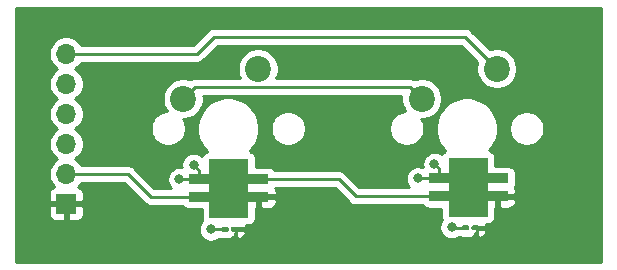
<source format=gbl>
%TF.GenerationSoftware,KiCad,Pcbnew,5.1.10*%
%TF.CreationDate,2021-06-22T00:25:09+02:00*%
%TF.ProjectId,Led_poc,4c65645f-706f-4632-9e6b-696361645f70,rev?*%
%TF.SameCoordinates,Original*%
%TF.FileFunction,Copper,L2,Bot*%
%TF.FilePolarity,Positive*%
%FSLAX46Y46*%
G04 Gerber Fmt 4.6, Leading zero omitted, Abs format (unit mm)*
G04 Created by KiCad (PCBNEW 5.1.10) date 2021-06-22 00:25:09*
%MOMM*%
%LPD*%
G01*
G04 APERTURE LIST*
%TA.AperFunction,ComponentPad*%
%ADD10C,2.200000*%
%TD*%
%TA.AperFunction,ComponentPad*%
%ADD11O,1.700000X1.700000*%
%TD*%
%TA.AperFunction,ComponentPad*%
%ADD12R,1.700000X1.700000*%
%TD*%
%TA.AperFunction,WasherPad*%
%ADD13C,0.100000*%
%TD*%
%TA.AperFunction,SMDPad,CuDef*%
%ADD14R,1.800000X0.820000*%
%TD*%
%TA.AperFunction,ViaPad*%
%ADD15C,0.800000*%
%TD*%
%TA.AperFunction,Conductor*%
%ADD16C,0.250000*%
%TD*%
%TA.AperFunction,Conductor*%
%ADD17C,0.254000*%
%TD*%
%TA.AperFunction,Conductor*%
%ADD18C,0.100000*%
%TD*%
G04 APERTURE END LIST*
D10*
%TO.P,SW2,2*%
%TO.N,Net-(J1-Pad4)*%
X144211000Y-82021500D03*
%TO.P,SW2,1*%
%TO.N,Net-(J1-Pad6)*%
X150561000Y-79481500D03*
%TD*%
%TO.P,SW1,2*%
%TO.N,Net-(J1-Pad4)*%
X124011000Y-82021500D03*
%TO.P,SW1,1*%
%TO.N,Net-(J1-Pad5)*%
X130361000Y-79481500D03*
%TD*%
D11*
%TO.P,J1,6*%
%TO.N,Net-(J1-Pad6)*%
X114109500Y-78232000D03*
%TO.P,J1,5*%
%TO.N,Net-(J1-Pad5)*%
X114109500Y-80772000D03*
%TO.P,J1,4*%
%TO.N,Net-(J1-Pad4)*%
X114109500Y-83312000D03*
%TO.P,J1,3*%
%TO.N,/GND*%
X114109500Y-85852000D03*
%TO.P,J1,2*%
%TO.N,Net-(D1-Pad4)*%
X114109500Y-88392000D03*
D12*
%TO.P,J1,1*%
%TO.N,/VDD*%
X114109500Y-90932000D03*
%TD*%
%TA.AperFunction,WasherPad*%
D13*
%TO.P,D2,*%
%TO.N,*%
G36*
X149795500Y-92035000D02*
G01*
X146495500Y-92035000D01*
X146495500Y-87035000D01*
X149795500Y-87035000D01*
X149795500Y-92035000D01*
G37*
%TD.AperFunction*%
D14*
%TO.P,D2,1*%
%TO.N,/VDD*%
X150645500Y-90285000D03*
%TO.P,D2,2*%
%TO.N,Net-(D2-Pad2)*%
X150645500Y-88785000D03*
%TO.P,D2,3*%
%TO.N,/GND*%
X145645500Y-88785000D03*
%TO.P,D2,4*%
%TO.N,Net-(D1-Pad2)*%
X145645500Y-90285000D03*
%TD*%
%TA.AperFunction,WasherPad*%
D13*
%TO.P,D1,*%
%TO.N,*%
G36*
X129539000Y-92098500D02*
G01*
X126239000Y-92098500D01*
X126239000Y-87098500D01*
X129539000Y-87098500D01*
X129539000Y-92098500D01*
G37*
%TD.AperFunction*%
D14*
%TO.P,D1,1*%
%TO.N,/VDD*%
X130389000Y-90348500D03*
%TO.P,D1,2*%
%TO.N,Net-(D1-Pad2)*%
X130389000Y-88848500D03*
%TO.P,D1,3*%
%TO.N,/GND*%
X125389000Y-88848500D03*
%TO.P,D1,4*%
%TO.N,Net-(D1-Pad4)*%
X125389000Y-90348500D03*
%TD*%
%TO.P,C2,2*%
%TO.N,/GND*%
%TA.AperFunction,SMDPad,CuDef*%
G36*
G01*
X148246000Y-92864000D02*
X148246000Y-93064000D01*
G75*
G02*
X148146000Y-93164000I-100000J0D01*
G01*
X147711000Y-93164000D01*
G75*
G02*
X147611000Y-93064000I0J100000D01*
G01*
X147611000Y-92864000D01*
G75*
G02*
X147711000Y-92764000I100000J0D01*
G01*
X148146000Y-92764000D01*
G75*
G02*
X148246000Y-92864000I0J-100000D01*
G01*
G37*
%TD.AperFunction*%
%TO.P,C2,1*%
%TO.N,/VDD*%
%TA.AperFunction,SMDPad,CuDef*%
G36*
G01*
X149061000Y-92864000D02*
X149061000Y-93064000D01*
G75*
G02*
X148961000Y-93164000I-100000J0D01*
G01*
X148526000Y-93164000D01*
G75*
G02*
X148426000Y-93064000I0J100000D01*
G01*
X148426000Y-92864000D01*
G75*
G02*
X148526000Y-92764000I100000J0D01*
G01*
X148961000Y-92764000D01*
G75*
G02*
X149061000Y-92864000I0J-100000D01*
G01*
G37*
%TD.AperFunction*%
%TD*%
%TO.P,C1,2*%
%TO.N,/GND*%
%TA.AperFunction,SMDPad,CuDef*%
G36*
G01*
X127862500Y-92991000D02*
X127862500Y-93191000D01*
G75*
G02*
X127762500Y-93291000I-100000J0D01*
G01*
X127327500Y-93291000D01*
G75*
G02*
X127227500Y-93191000I0J100000D01*
G01*
X127227500Y-92991000D01*
G75*
G02*
X127327500Y-92891000I100000J0D01*
G01*
X127762500Y-92891000D01*
G75*
G02*
X127862500Y-92991000I0J-100000D01*
G01*
G37*
%TD.AperFunction*%
%TO.P,C1,1*%
%TO.N,/VDD*%
%TA.AperFunction,SMDPad,CuDef*%
G36*
G01*
X128677500Y-92991000D02*
X128677500Y-93191000D01*
G75*
G02*
X128577500Y-93291000I-100000J0D01*
G01*
X128142500Y-93291000D01*
G75*
G02*
X128042500Y-93191000I0J100000D01*
G01*
X128042500Y-92991000D01*
G75*
G02*
X128142500Y-92891000I100000J0D01*
G01*
X128577500Y-92891000D01*
G75*
G02*
X128677500Y-92991000I0J-100000D01*
G01*
G37*
%TD.AperFunction*%
%TD*%
D15*
%TO.N,/GND*%
X123698000Y-88836500D03*
X124904500Y-87630000D03*
X143891000Y-88773000D03*
X145288000Y-87566500D03*
X126365000Y-93091000D03*
X146748500Y-92900500D03*
%TD*%
D16*
%TO.N,Net-(D1-Pad2)*%
X130389000Y-88848500D02*
X137172000Y-88848500D01*
X138608500Y-90285000D02*
X145645500Y-90285000D01*
X137172000Y-88848500D02*
X138608500Y-90285000D01*
%TO.N,Net-(D1-Pad4)*%
X114109500Y-88392000D02*
X119316500Y-88392000D01*
X121273000Y-90348500D02*
X125389000Y-90348500D01*
X119316500Y-88392000D02*
X121273000Y-90348500D01*
%TO.N,Net-(J1-Pad6)*%
X114109500Y-78232000D02*
X125158500Y-78232000D01*
X125158500Y-78232000D02*
X126619000Y-76771500D01*
X147851000Y-76771500D02*
X150561000Y-79481500D01*
X126619000Y-76771500D02*
X147851000Y-76771500D01*
%TO.N,Net-(J1-Pad4)*%
X143215500Y-81026000D02*
X144211000Y-82021500D01*
X125006500Y-81026000D02*
X143215500Y-81026000D01*
X124011000Y-82021500D02*
X125006500Y-81026000D01*
%TO.N,/GND*%
X123710000Y-88848500D02*
X123698000Y-88836500D01*
X125389000Y-88848500D02*
X123710000Y-88848500D01*
X125389000Y-88114500D02*
X124904500Y-87630000D01*
X125389000Y-88848500D02*
X125389000Y-88114500D01*
X143903000Y-88785000D02*
X143891000Y-88773000D01*
X145645500Y-88785000D02*
X143903000Y-88785000D01*
X145645500Y-87924000D02*
X145288000Y-87566500D01*
X145645500Y-88785000D02*
X145645500Y-87924000D01*
X127545000Y-93091000D02*
X126365000Y-93091000D01*
X146812000Y-92964000D02*
X146748500Y-92900500D01*
X147928500Y-92964000D02*
X146812000Y-92964000D01*
%TO.N,/VDD*%
X128360000Y-93091000D02*
X129476500Y-93091000D01*
X148743500Y-92964000D02*
X149923500Y-92964000D01*
%TD*%
D17*
%TO.N,/VDD*%
X159360001Y-95860000D02*
X109880000Y-95860000D01*
X109880000Y-91782000D01*
X112621428Y-91782000D01*
X112633688Y-91906482D01*
X112669998Y-92026180D01*
X112728963Y-92136494D01*
X112808315Y-92233185D01*
X112905006Y-92312537D01*
X113015320Y-92371502D01*
X113135018Y-92407812D01*
X113259500Y-92420072D01*
X113823750Y-92417000D01*
X113982500Y-92258250D01*
X113982500Y-91059000D01*
X114236500Y-91059000D01*
X114236500Y-92258250D01*
X114395250Y-92417000D01*
X114959500Y-92420072D01*
X115083982Y-92407812D01*
X115203680Y-92371502D01*
X115313994Y-92312537D01*
X115410685Y-92233185D01*
X115490037Y-92136494D01*
X115549002Y-92026180D01*
X115585312Y-91906482D01*
X115597572Y-91782000D01*
X115594500Y-91217750D01*
X115435750Y-91059000D01*
X114236500Y-91059000D01*
X113982500Y-91059000D01*
X112783250Y-91059000D01*
X112624500Y-91217750D01*
X112621428Y-91782000D01*
X109880000Y-91782000D01*
X109880000Y-90082000D01*
X112621428Y-90082000D01*
X112624500Y-90646250D01*
X112783250Y-90805000D01*
X113982500Y-90805000D01*
X113982500Y-90785000D01*
X114236500Y-90785000D01*
X114236500Y-90805000D01*
X115435750Y-90805000D01*
X115594500Y-90646250D01*
X115597572Y-90082000D01*
X115585312Y-89957518D01*
X115549002Y-89837820D01*
X115490037Y-89727506D01*
X115410685Y-89630815D01*
X115313994Y-89551463D01*
X115203680Y-89492498D01*
X115131120Y-89470487D01*
X115262975Y-89338632D01*
X115387678Y-89152000D01*
X119001699Y-89152000D01*
X120709201Y-90859503D01*
X120732999Y-90888501D01*
X120848724Y-90983474D01*
X120980753Y-91054046D01*
X121124014Y-91097503D01*
X121235667Y-91108500D01*
X121235677Y-91108500D01*
X121273000Y-91112176D01*
X121310323Y-91108500D01*
X123956061Y-91108500D01*
X123958463Y-91112994D01*
X124037815Y-91209685D01*
X124134506Y-91289037D01*
X124244820Y-91348002D01*
X124364518Y-91384312D01*
X124489000Y-91396572D01*
X125600928Y-91396572D01*
X125600928Y-92098500D01*
X125613188Y-92222982D01*
X125649498Y-92342680D01*
X125649537Y-92342752D01*
X125561063Y-92431226D01*
X125447795Y-92600744D01*
X125369774Y-92789102D01*
X125330000Y-92989061D01*
X125330000Y-93192939D01*
X125369774Y-93392898D01*
X125447795Y-93581256D01*
X125561063Y-93750774D01*
X125705226Y-93894937D01*
X125874744Y-94008205D01*
X126063102Y-94086226D01*
X126263061Y-94126000D01*
X126466939Y-94126000D01*
X126666898Y-94086226D01*
X126855256Y-94008205D01*
X127024774Y-93894937D01*
X127046409Y-93873302D01*
X127183509Y-93914890D01*
X127327500Y-93929072D01*
X127762500Y-93929072D01*
X127906491Y-93914890D01*
X127911113Y-93913488D01*
X127933698Y-93919727D01*
X128058447Y-93928873D01*
X128074250Y-93926000D01*
X128233000Y-93767250D01*
X128233000Y-93755075D01*
X128284396Y-93712896D01*
X128376184Y-93601051D01*
X128444390Y-93473448D01*
X128486390Y-93334991D01*
X128487000Y-93328798D01*
X128487000Y-93767250D01*
X128645750Y-93926000D01*
X128661553Y-93928873D01*
X128786302Y-93919727D01*
X128906870Y-93886420D01*
X129018624Y-93830231D01*
X129117268Y-93753320D01*
X129199012Y-93658642D01*
X129260715Y-93549836D01*
X129300005Y-93431083D01*
X129312500Y-93322750D01*
X129153750Y-93164000D01*
X128500572Y-93164000D01*
X128500572Y-93018000D01*
X129153750Y-93018000D01*
X129312500Y-92859250D01*
X129300005Y-92750917D01*
X129295259Y-92736572D01*
X129539000Y-92736572D01*
X129663482Y-92724312D01*
X129783180Y-92688002D01*
X129893494Y-92629037D01*
X129990185Y-92549685D01*
X130069537Y-92452994D01*
X130128502Y-92342680D01*
X130164812Y-92222982D01*
X130177072Y-92098500D01*
X130177072Y-91319678D01*
X130262000Y-91234750D01*
X130262000Y-90475500D01*
X130516000Y-90475500D01*
X130516000Y-91234750D01*
X130674750Y-91393500D01*
X131289000Y-91396572D01*
X131413482Y-91384312D01*
X131533180Y-91348002D01*
X131643494Y-91289037D01*
X131740185Y-91209685D01*
X131819537Y-91112994D01*
X131878502Y-91002680D01*
X131914812Y-90882982D01*
X131927072Y-90758500D01*
X131924000Y-90634250D01*
X131765250Y-90475500D01*
X130516000Y-90475500D01*
X130262000Y-90475500D01*
X130242000Y-90475500D01*
X130242000Y-90221500D01*
X130262000Y-90221500D01*
X130262000Y-90201500D01*
X130516000Y-90201500D01*
X130516000Y-90221500D01*
X131765250Y-90221500D01*
X131924000Y-90062750D01*
X131927072Y-89938500D01*
X131914812Y-89814018D01*
X131878502Y-89694320D01*
X131832630Y-89608500D01*
X136857199Y-89608500D01*
X138044701Y-90796003D01*
X138068499Y-90825001D01*
X138184224Y-90919974D01*
X138316253Y-90990546D01*
X138459514Y-91034003D01*
X138571167Y-91045000D01*
X138571175Y-91045000D01*
X138608500Y-91048676D01*
X138645825Y-91045000D01*
X144212561Y-91045000D01*
X144214963Y-91049494D01*
X144294315Y-91146185D01*
X144391006Y-91225537D01*
X144501320Y-91284502D01*
X144621018Y-91320812D01*
X144745500Y-91333072D01*
X145857428Y-91333072D01*
X145857428Y-92035000D01*
X145869688Y-92159482D01*
X145905998Y-92279180D01*
X145911718Y-92289882D01*
X145831295Y-92410244D01*
X145753274Y-92598602D01*
X145713500Y-92798561D01*
X145713500Y-93002439D01*
X145753274Y-93202398D01*
X145831295Y-93390756D01*
X145944563Y-93560274D01*
X146088726Y-93704437D01*
X146258244Y-93817705D01*
X146446602Y-93895726D01*
X146646561Y-93935500D01*
X146850439Y-93935500D01*
X147050398Y-93895726D01*
X147238756Y-93817705D01*
X147378996Y-93724000D01*
X147387599Y-93724000D01*
X147428552Y-93745890D01*
X147567009Y-93787890D01*
X147711000Y-93802072D01*
X148146000Y-93802072D01*
X148289991Y-93787890D01*
X148294613Y-93786488D01*
X148317198Y-93792727D01*
X148441947Y-93801873D01*
X148457750Y-93799000D01*
X148616500Y-93640250D01*
X148616500Y-93628075D01*
X148667896Y-93585896D01*
X148759684Y-93474051D01*
X148827890Y-93346448D01*
X148869890Y-93207991D01*
X148870500Y-93201798D01*
X148870500Y-93640250D01*
X149029250Y-93799000D01*
X149045053Y-93801873D01*
X149169802Y-93792727D01*
X149290370Y-93759420D01*
X149402124Y-93703231D01*
X149500768Y-93626320D01*
X149582512Y-93531642D01*
X149644215Y-93422836D01*
X149683505Y-93304083D01*
X149696000Y-93195750D01*
X149537250Y-93037000D01*
X148884072Y-93037000D01*
X148884072Y-92891000D01*
X149537250Y-92891000D01*
X149696000Y-92732250D01*
X149689174Y-92673072D01*
X149795500Y-92673072D01*
X149919982Y-92660812D01*
X150039680Y-92624502D01*
X150149994Y-92565537D01*
X150246685Y-92486185D01*
X150326037Y-92389494D01*
X150385002Y-92279180D01*
X150421312Y-92159482D01*
X150433572Y-92035000D01*
X150433572Y-91256178D01*
X150518500Y-91171250D01*
X150518500Y-90412000D01*
X150772500Y-90412000D01*
X150772500Y-91171250D01*
X150931250Y-91330000D01*
X151545500Y-91333072D01*
X151669982Y-91320812D01*
X151789680Y-91284502D01*
X151899994Y-91225537D01*
X151996685Y-91146185D01*
X152076037Y-91049494D01*
X152135002Y-90939180D01*
X152171312Y-90819482D01*
X152183572Y-90695000D01*
X152180500Y-90570750D01*
X152021750Y-90412000D01*
X150772500Y-90412000D01*
X150518500Y-90412000D01*
X150498500Y-90412000D01*
X150498500Y-90158000D01*
X150518500Y-90158000D01*
X150518500Y-90138000D01*
X150772500Y-90138000D01*
X150772500Y-90158000D01*
X152021750Y-90158000D01*
X152180500Y-89999250D01*
X152183572Y-89875000D01*
X152171312Y-89750518D01*
X152135002Y-89630820D01*
X152083784Y-89535000D01*
X152135002Y-89439180D01*
X152171312Y-89319482D01*
X152183572Y-89195000D01*
X152183572Y-88375000D01*
X152171312Y-88250518D01*
X152135002Y-88130820D01*
X152076037Y-88020506D01*
X151996685Y-87923815D01*
X151899994Y-87844463D01*
X151789680Y-87785498D01*
X151669982Y-87749188D01*
X151545500Y-87736928D01*
X150433572Y-87736928D01*
X150433572Y-87035000D01*
X150421312Y-86910518D01*
X150385002Y-86790820D01*
X150326037Y-86680506D01*
X150246685Y-86583815D01*
X150149994Y-86504463D01*
X150039680Y-86445498D01*
X149919982Y-86409188D01*
X149901578Y-86407375D01*
X150067738Y-86241215D01*
X150356107Y-85809641D01*
X150554739Y-85330101D01*
X150656000Y-84821025D01*
X150656000Y-84415240D01*
X151616000Y-84415240D01*
X151616000Y-84707760D01*
X151673068Y-84994658D01*
X151785010Y-85264911D01*
X151947525Y-85508132D01*
X152154368Y-85714975D01*
X152397589Y-85877490D01*
X152667842Y-85989432D01*
X152954740Y-86046500D01*
X153247260Y-86046500D01*
X153534158Y-85989432D01*
X153804411Y-85877490D01*
X154047632Y-85714975D01*
X154254475Y-85508132D01*
X154416990Y-85264911D01*
X154528932Y-84994658D01*
X154586000Y-84707760D01*
X154586000Y-84415240D01*
X154528932Y-84128342D01*
X154416990Y-83858089D01*
X154254475Y-83614868D01*
X154047632Y-83408025D01*
X153804411Y-83245510D01*
X153534158Y-83133568D01*
X153247260Y-83076500D01*
X152954740Y-83076500D01*
X152667842Y-83133568D01*
X152397589Y-83245510D01*
X152154368Y-83408025D01*
X151947525Y-83614868D01*
X151785010Y-83858089D01*
X151673068Y-84128342D01*
X151616000Y-84415240D01*
X150656000Y-84415240D01*
X150656000Y-84301975D01*
X150554739Y-83792899D01*
X150356107Y-83313359D01*
X150067738Y-82881785D01*
X149700715Y-82514762D01*
X149269141Y-82226393D01*
X148789601Y-82027761D01*
X148280525Y-81926500D01*
X147761475Y-81926500D01*
X147252399Y-82027761D01*
X146772859Y-82226393D01*
X146341285Y-82514762D01*
X145974262Y-82881785D01*
X145685893Y-83313359D01*
X145487261Y-83792899D01*
X145386000Y-84301975D01*
X145386000Y-84821025D01*
X145487261Y-85330101D01*
X145685893Y-85809641D01*
X145974262Y-86241215D01*
X146203895Y-86470848D01*
X146141006Y-86504463D01*
X146044315Y-86583815D01*
X145964963Y-86680506D01*
X145928121Y-86749431D01*
X145778256Y-86649295D01*
X145589898Y-86571274D01*
X145389939Y-86531500D01*
X145186061Y-86531500D01*
X144986102Y-86571274D01*
X144797744Y-86649295D01*
X144628226Y-86762563D01*
X144484063Y-86906726D01*
X144370795Y-87076244D01*
X144292774Y-87264602D01*
X144253000Y-87464561D01*
X144253000Y-87668439D01*
X144282097Y-87814722D01*
X144192898Y-87777774D01*
X143992939Y-87738000D01*
X143789061Y-87738000D01*
X143589102Y-87777774D01*
X143400744Y-87855795D01*
X143231226Y-87969063D01*
X143087063Y-88113226D01*
X142973795Y-88282744D01*
X142895774Y-88471102D01*
X142856000Y-88671061D01*
X142856000Y-88874939D01*
X142895774Y-89074898D01*
X142973795Y-89263256D01*
X143087063Y-89432774D01*
X143179289Y-89525000D01*
X138923302Y-89525000D01*
X137735804Y-88337503D01*
X137712001Y-88308499D01*
X137596276Y-88213526D01*
X137464247Y-88142954D01*
X137320986Y-88099497D01*
X137209333Y-88088500D01*
X137209322Y-88088500D01*
X137172000Y-88084824D01*
X137134678Y-88088500D01*
X131821939Y-88088500D01*
X131819537Y-88084006D01*
X131740185Y-87987315D01*
X131643494Y-87907963D01*
X131533180Y-87848998D01*
X131413482Y-87812688D01*
X131289000Y-87800428D01*
X130177072Y-87800428D01*
X130177072Y-87098500D01*
X130164812Y-86974018D01*
X130128502Y-86854320D01*
X130069537Y-86744006D01*
X129990185Y-86647315D01*
X129893494Y-86567963D01*
X129783180Y-86508998D01*
X129663482Y-86472688D01*
X129638705Y-86470248D01*
X129867738Y-86241215D01*
X130156107Y-85809641D01*
X130354739Y-85330101D01*
X130456000Y-84821025D01*
X130456000Y-84415240D01*
X131416000Y-84415240D01*
X131416000Y-84707760D01*
X131473068Y-84994658D01*
X131585010Y-85264911D01*
X131747525Y-85508132D01*
X131954368Y-85714975D01*
X132197589Y-85877490D01*
X132467842Y-85989432D01*
X132754740Y-86046500D01*
X133047260Y-86046500D01*
X133334158Y-85989432D01*
X133604411Y-85877490D01*
X133847632Y-85714975D01*
X134054475Y-85508132D01*
X134216990Y-85264911D01*
X134328932Y-84994658D01*
X134386000Y-84707760D01*
X134386000Y-84415240D01*
X134328932Y-84128342D01*
X134216990Y-83858089D01*
X134054475Y-83614868D01*
X133847632Y-83408025D01*
X133604411Y-83245510D01*
X133334158Y-83133568D01*
X133047260Y-83076500D01*
X132754740Y-83076500D01*
X132467842Y-83133568D01*
X132197589Y-83245510D01*
X131954368Y-83408025D01*
X131747525Y-83614868D01*
X131585010Y-83858089D01*
X131473068Y-84128342D01*
X131416000Y-84415240D01*
X130456000Y-84415240D01*
X130456000Y-84301975D01*
X130354739Y-83792899D01*
X130156107Y-83313359D01*
X129867738Y-82881785D01*
X129500715Y-82514762D01*
X129069141Y-82226393D01*
X128589601Y-82027761D01*
X128080525Y-81926500D01*
X127561475Y-81926500D01*
X127052399Y-82027761D01*
X126572859Y-82226393D01*
X126141285Y-82514762D01*
X125774262Y-82881785D01*
X125485893Y-83313359D01*
X125287261Y-83792899D01*
X125186000Y-84301975D01*
X125186000Y-84821025D01*
X125287261Y-85330101D01*
X125485893Y-85809641D01*
X125774262Y-86241215D01*
X126031054Y-86498007D01*
X125994820Y-86508998D01*
X125884506Y-86567963D01*
X125787815Y-86647315D01*
X125708463Y-86744006D01*
X125649498Y-86854320D01*
X125636239Y-86898028D01*
X125564274Y-86826063D01*
X125394756Y-86712795D01*
X125206398Y-86634774D01*
X125006439Y-86595000D01*
X124802561Y-86595000D01*
X124602602Y-86634774D01*
X124414244Y-86712795D01*
X124244726Y-86826063D01*
X124100563Y-86970226D01*
X123987295Y-87139744D01*
X123909274Y-87328102D01*
X123869500Y-87528061D01*
X123869500Y-87731939D01*
X123886772Y-87818772D01*
X123799939Y-87801500D01*
X123596061Y-87801500D01*
X123396102Y-87841274D01*
X123207744Y-87919295D01*
X123038226Y-88032563D01*
X122894063Y-88176726D01*
X122780795Y-88346244D01*
X122702774Y-88534602D01*
X122663000Y-88734561D01*
X122663000Y-88938439D01*
X122702774Y-89138398D01*
X122780795Y-89326756D01*
X122894063Y-89496274D01*
X122986289Y-89588500D01*
X121587802Y-89588500D01*
X119880304Y-87881003D01*
X119856501Y-87851999D01*
X119740776Y-87757026D01*
X119608747Y-87686454D01*
X119465486Y-87642997D01*
X119353833Y-87632000D01*
X119353822Y-87632000D01*
X119316500Y-87628324D01*
X119279178Y-87632000D01*
X115387678Y-87632000D01*
X115262975Y-87445368D01*
X115056132Y-87238525D01*
X114881740Y-87122000D01*
X115056132Y-87005475D01*
X115262975Y-86798632D01*
X115425490Y-86555411D01*
X115537432Y-86285158D01*
X115594500Y-85998260D01*
X115594500Y-85705740D01*
X115537432Y-85418842D01*
X115425490Y-85148589D01*
X115262975Y-84905368D01*
X115056132Y-84698525D01*
X114881740Y-84582000D01*
X115056132Y-84465475D01*
X115106367Y-84415240D01*
X121256000Y-84415240D01*
X121256000Y-84707760D01*
X121313068Y-84994658D01*
X121425010Y-85264911D01*
X121587525Y-85508132D01*
X121794368Y-85714975D01*
X122037589Y-85877490D01*
X122307842Y-85989432D01*
X122594740Y-86046500D01*
X122887260Y-86046500D01*
X123174158Y-85989432D01*
X123444411Y-85877490D01*
X123687632Y-85714975D01*
X123894475Y-85508132D01*
X124056990Y-85264911D01*
X124168932Y-84994658D01*
X124226000Y-84707760D01*
X124226000Y-84415240D01*
X124168932Y-84128342D01*
X124056990Y-83858089D01*
X123989110Y-83756500D01*
X124181883Y-83756500D01*
X124517081Y-83689825D01*
X124832831Y-83559037D01*
X125116998Y-83369163D01*
X125358663Y-83127498D01*
X125548537Y-82843331D01*
X125679325Y-82527581D01*
X125746000Y-82192383D01*
X125746000Y-81850617D01*
X125733147Y-81786000D01*
X142488853Y-81786000D01*
X142476000Y-81850617D01*
X142476000Y-82192383D01*
X142542675Y-82527581D01*
X142673463Y-82843331D01*
X142829261Y-83076500D01*
X142794740Y-83076500D01*
X142507842Y-83133568D01*
X142237589Y-83245510D01*
X141994368Y-83408025D01*
X141787525Y-83614868D01*
X141625010Y-83858089D01*
X141513068Y-84128342D01*
X141456000Y-84415240D01*
X141456000Y-84707760D01*
X141513068Y-84994658D01*
X141625010Y-85264911D01*
X141787525Y-85508132D01*
X141994368Y-85714975D01*
X142237589Y-85877490D01*
X142507842Y-85989432D01*
X142794740Y-86046500D01*
X143087260Y-86046500D01*
X143374158Y-85989432D01*
X143644411Y-85877490D01*
X143887632Y-85714975D01*
X144094475Y-85508132D01*
X144256990Y-85264911D01*
X144368932Y-84994658D01*
X144426000Y-84707760D01*
X144426000Y-84415240D01*
X144368932Y-84128342D01*
X144256990Y-83858089D01*
X144189110Y-83756500D01*
X144381883Y-83756500D01*
X144717081Y-83689825D01*
X145032831Y-83559037D01*
X145316998Y-83369163D01*
X145558663Y-83127498D01*
X145748537Y-82843331D01*
X145879325Y-82527581D01*
X145946000Y-82192383D01*
X145946000Y-81850617D01*
X145879325Y-81515419D01*
X145748537Y-81199669D01*
X145558663Y-80915502D01*
X145316998Y-80673837D01*
X145032831Y-80483963D01*
X144717081Y-80353175D01*
X144381883Y-80286500D01*
X144040117Y-80286500D01*
X143704919Y-80353175D01*
X143628321Y-80384903D01*
X143507747Y-80320454D01*
X143364486Y-80276997D01*
X143252833Y-80266000D01*
X143252822Y-80266000D01*
X143215500Y-80262324D01*
X143178178Y-80266000D01*
X131914000Y-80266000D01*
X132029325Y-79987581D01*
X132096000Y-79652383D01*
X132096000Y-79310617D01*
X132029325Y-78975419D01*
X131898537Y-78659669D01*
X131708663Y-78375502D01*
X131466998Y-78133837D01*
X131182831Y-77943963D01*
X130867081Y-77813175D01*
X130531883Y-77746500D01*
X130190117Y-77746500D01*
X129854919Y-77813175D01*
X129539169Y-77943963D01*
X129255002Y-78133837D01*
X129013337Y-78375502D01*
X128823463Y-78659669D01*
X128692675Y-78975419D01*
X128626000Y-79310617D01*
X128626000Y-79652383D01*
X128692675Y-79987581D01*
X128808000Y-80266000D01*
X125043833Y-80266000D01*
X125006500Y-80262323D01*
X124969167Y-80266000D01*
X124857514Y-80276997D01*
X124714253Y-80320454D01*
X124593679Y-80384903D01*
X124517081Y-80353175D01*
X124181883Y-80286500D01*
X123840117Y-80286500D01*
X123504919Y-80353175D01*
X123189169Y-80483963D01*
X122905002Y-80673837D01*
X122663337Y-80915502D01*
X122473463Y-81199669D01*
X122342675Y-81515419D01*
X122276000Y-81850617D01*
X122276000Y-82192383D01*
X122342675Y-82527581D01*
X122473463Y-82843331D01*
X122629261Y-83076500D01*
X122594740Y-83076500D01*
X122307842Y-83133568D01*
X122037589Y-83245510D01*
X121794368Y-83408025D01*
X121587525Y-83614868D01*
X121425010Y-83858089D01*
X121313068Y-84128342D01*
X121256000Y-84415240D01*
X115106367Y-84415240D01*
X115262975Y-84258632D01*
X115425490Y-84015411D01*
X115537432Y-83745158D01*
X115594500Y-83458260D01*
X115594500Y-83165740D01*
X115537432Y-82878842D01*
X115425490Y-82608589D01*
X115262975Y-82365368D01*
X115056132Y-82158525D01*
X114881740Y-82042000D01*
X115056132Y-81925475D01*
X115262975Y-81718632D01*
X115425490Y-81475411D01*
X115537432Y-81205158D01*
X115594500Y-80918260D01*
X115594500Y-80625740D01*
X115537432Y-80338842D01*
X115425490Y-80068589D01*
X115262975Y-79825368D01*
X115056132Y-79618525D01*
X114881740Y-79502000D01*
X115056132Y-79385475D01*
X115262975Y-79178632D01*
X115387678Y-78992000D01*
X125121178Y-78992000D01*
X125158500Y-78995676D01*
X125195822Y-78992000D01*
X125195833Y-78992000D01*
X125307486Y-78981003D01*
X125450747Y-78937546D01*
X125582776Y-78866974D01*
X125698501Y-78772001D01*
X125722304Y-78742997D01*
X126933802Y-77531500D01*
X147536199Y-77531500D01*
X148918286Y-78913588D01*
X148892675Y-78975419D01*
X148826000Y-79310617D01*
X148826000Y-79652383D01*
X148892675Y-79987581D01*
X149023463Y-80303331D01*
X149213337Y-80587498D01*
X149455002Y-80829163D01*
X149739169Y-81019037D01*
X150054919Y-81149825D01*
X150390117Y-81216500D01*
X150731883Y-81216500D01*
X151067081Y-81149825D01*
X151382831Y-81019037D01*
X151666998Y-80829163D01*
X151908663Y-80587498D01*
X152098537Y-80303331D01*
X152229325Y-79987581D01*
X152296000Y-79652383D01*
X152296000Y-79310617D01*
X152229325Y-78975419D01*
X152098537Y-78659669D01*
X151908663Y-78375502D01*
X151666998Y-78133837D01*
X151382831Y-77943963D01*
X151067081Y-77813175D01*
X150731883Y-77746500D01*
X150390117Y-77746500D01*
X150054919Y-77813175D01*
X149993088Y-77838786D01*
X148414804Y-76260503D01*
X148391001Y-76231499D01*
X148275276Y-76136526D01*
X148143247Y-76065954D01*
X147999986Y-76022497D01*
X147888333Y-76011500D01*
X147888322Y-76011500D01*
X147851000Y-76007824D01*
X147813678Y-76011500D01*
X126656323Y-76011500D01*
X126619000Y-76007824D01*
X126581677Y-76011500D01*
X126581667Y-76011500D01*
X126470014Y-76022497D01*
X126326753Y-76065954D01*
X126194723Y-76136526D01*
X126111083Y-76205168D01*
X126078999Y-76231499D01*
X126055201Y-76260497D01*
X124843699Y-77472000D01*
X115387678Y-77472000D01*
X115262975Y-77285368D01*
X115056132Y-77078525D01*
X114812911Y-76916010D01*
X114542658Y-76804068D01*
X114255760Y-76747000D01*
X113963240Y-76747000D01*
X113676342Y-76804068D01*
X113406089Y-76916010D01*
X113162868Y-77078525D01*
X112956025Y-77285368D01*
X112793510Y-77528589D01*
X112681568Y-77798842D01*
X112624500Y-78085740D01*
X112624500Y-78378260D01*
X112681568Y-78665158D01*
X112793510Y-78935411D01*
X112956025Y-79178632D01*
X113162868Y-79385475D01*
X113337260Y-79502000D01*
X113162868Y-79618525D01*
X112956025Y-79825368D01*
X112793510Y-80068589D01*
X112681568Y-80338842D01*
X112624500Y-80625740D01*
X112624500Y-80918260D01*
X112681568Y-81205158D01*
X112793510Y-81475411D01*
X112956025Y-81718632D01*
X113162868Y-81925475D01*
X113337260Y-82042000D01*
X113162868Y-82158525D01*
X112956025Y-82365368D01*
X112793510Y-82608589D01*
X112681568Y-82878842D01*
X112624500Y-83165740D01*
X112624500Y-83458260D01*
X112681568Y-83745158D01*
X112793510Y-84015411D01*
X112956025Y-84258632D01*
X113162868Y-84465475D01*
X113337260Y-84582000D01*
X113162868Y-84698525D01*
X112956025Y-84905368D01*
X112793510Y-85148589D01*
X112681568Y-85418842D01*
X112624500Y-85705740D01*
X112624500Y-85998260D01*
X112681568Y-86285158D01*
X112793510Y-86555411D01*
X112956025Y-86798632D01*
X113162868Y-87005475D01*
X113337260Y-87122000D01*
X113162868Y-87238525D01*
X112956025Y-87445368D01*
X112793510Y-87688589D01*
X112681568Y-87958842D01*
X112624500Y-88245740D01*
X112624500Y-88538260D01*
X112681568Y-88825158D01*
X112793510Y-89095411D01*
X112956025Y-89338632D01*
X113087880Y-89470487D01*
X113015320Y-89492498D01*
X112905006Y-89551463D01*
X112808315Y-89630815D01*
X112728963Y-89727506D01*
X112669998Y-89837820D01*
X112633688Y-89957518D01*
X112621428Y-90082000D01*
X109880000Y-90082000D01*
X109880000Y-74320000D01*
X159360000Y-74320000D01*
X159360001Y-95860000D01*
%TA.AperFunction,Conductor*%
D18*
G36*
X159360001Y-95860000D02*
G01*
X109880000Y-95860000D01*
X109880000Y-91782000D01*
X112621428Y-91782000D01*
X112633688Y-91906482D01*
X112669998Y-92026180D01*
X112728963Y-92136494D01*
X112808315Y-92233185D01*
X112905006Y-92312537D01*
X113015320Y-92371502D01*
X113135018Y-92407812D01*
X113259500Y-92420072D01*
X113823750Y-92417000D01*
X113982500Y-92258250D01*
X113982500Y-91059000D01*
X114236500Y-91059000D01*
X114236500Y-92258250D01*
X114395250Y-92417000D01*
X114959500Y-92420072D01*
X115083982Y-92407812D01*
X115203680Y-92371502D01*
X115313994Y-92312537D01*
X115410685Y-92233185D01*
X115490037Y-92136494D01*
X115549002Y-92026180D01*
X115585312Y-91906482D01*
X115597572Y-91782000D01*
X115594500Y-91217750D01*
X115435750Y-91059000D01*
X114236500Y-91059000D01*
X113982500Y-91059000D01*
X112783250Y-91059000D01*
X112624500Y-91217750D01*
X112621428Y-91782000D01*
X109880000Y-91782000D01*
X109880000Y-90082000D01*
X112621428Y-90082000D01*
X112624500Y-90646250D01*
X112783250Y-90805000D01*
X113982500Y-90805000D01*
X113982500Y-90785000D01*
X114236500Y-90785000D01*
X114236500Y-90805000D01*
X115435750Y-90805000D01*
X115594500Y-90646250D01*
X115597572Y-90082000D01*
X115585312Y-89957518D01*
X115549002Y-89837820D01*
X115490037Y-89727506D01*
X115410685Y-89630815D01*
X115313994Y-89551463D01*
X115203680Y-89492498D01*
X115131120Y-89470487D01*
X115262975Y-89338632D01*
X115387678Y-89152000D01*
X119001699Y-89152000D01*
X120709201Y-90859503D01*
X120732999Y-90888501D01*
X120848724Y-90983474D01*
X120980753Y-91054046D01*
X121124014Y-91097503D01*
X121235667Y-91108500D01*
X121235677Y-91108500D01*
X121273000Y-91112176D01*
X121310323Y-91108500D01*
X123956061Y-91108500D01*
X123958463Y-91112994D01*
X124037815Y-91209685D01*
X124134506Y-91289037D01*
X124244820Y-91348002D01*
X124364518Y-91384312D01*
X124489000Y-91396572D01*
X125600928Y-91396572D01*
X125600928Y-92098500D01*
X125613188Y-92222982D01*
X125649498Y-92342680D01*
X125649537Y-92342752D01*
X125561063Y-92431226D01*
X125447795Y-92600744D01*
X125369774Y-92789102D01*
X125330000Y-92989061D01*
X125330000Y-93192939D01*
X125369774Y-93392898D01*
X125447795Y-93581256D01*
X125561063Y-93750774D01*
X125705226Y-93894937D01*
X125874744Y-94008205D01*
X126063102Y-94086226D01*
X126263061Y-94126000D01*
X126466939Y-94126000D01*
X126666898Y-94086226D01*
X126855256Y-94008205D01*
X127024774Y-93894937D01*
X127046409Y-93873302D01*
X127183509Y-93914890D01*
X127327500Y-93929072D01*
X127762500Y-93929072D01*
X127906491Y-93914890D01*
X127911113Y-93913488D01*
X127933698Y-93919727D01*
X128058447Y-93928873D01*
X128074250Y-93926000D01*
X128233000Y-93767250D01*
X128233000Y-93755075D01*
X128284396Y-93712896D01*
X128376184Y-93601051D01*
X128444390Y-93473448D01*
X128486390Y-93334991D01*
X128487000Y-93328798D01*
X128487000Y-93767250D01*
X128645750Y-93926000D01*
X128661553Y-93928873D01*
X128786302Y-93919727D01*
X128906870Y-93886420D01*
X129018624Y-93830231D01*
X129117268Y-93753320D01*
X129199012Y-93658642D01*
X129260715Y-93549836D01*
X129300005Y-93431083D01*
X129312500Y-93322750D01*
X129153750Y-93164000D01*
X128500572Y-93164000D01*
X128500572Y-93018000D01*
X129153750Y-93018000D01*
X129312500Y-92859250D01*
X129300005Y-92750917D01*
X129295259Y-92736572D01*
X129539000Y-92736572D01*
X129663482Y-92724312D01*
X129783180Y-92688002D01*
X129893494Y-92629037D01*
X129990185Y-92549685D01*
X130069537Y-92452994D01*
X130128502Y-92342680D01*
X130164812Y-92222982D01*
X130177072Y-92098500D01*
X130177072Y-91319678D01*
X130262000Y-91234750D01*
X130262000Y-90475500D01*
X130516000Y-90475500D01*
X130516000Y-91234750D01*
X130674750Y-91393500D01*
X131289000Y-91396572D01*
X131413482Y-91384312D01*
X131533180Y-91348002D01*
X131643494Y-91289037D01*
X131740185Y-91209685D01*
X131819537Y-91112994D01*
X131878502Y-91002680D01*
X131914812Y-90882982D01*
X131927072Y-90758500D01*
X131924000Y-90634250D01*
X131765250Y-90475500D01*
X130516000Y-90475500D01*
X130262000Y-90475500D01*
X130242000Y-90475500D01*
X130242000Y-90221500D01*
X130262000Y-90221500D01*
X130262000Y-90201500D01*
X130516000Y-90201500D01*
X130516000Y-90221500D01*
X131765250Y-90221500D01*
X131924000Y-90062750D01*
X131927072Y-89938500D01*
X131914812Y-89814018D01*
X131878502Y-89694320D01*
X131832630Y-89608500D01*
X136857199Y-89608500D01*
X138044701Y-90796003D01*
X138068499Y-90825001D01*
X138184224Y-90919974D01*
X138316253Y-90990546D01*
X138459514Y-91034003D01*
X138571167Y-91045000D01*
X138571175Y-91045000D01*
X138608500Y-91048676D01*
X138645825Y-91045000D01*
X144212561Y-91045000D01*
X144214963Y-91049494D01*
X144294315Y-91146185D01*
X144391006Y-91225537D01*
X144501320Y-91284502D01*
X144621018Y-91320812D01*
X144745500Y-91333072D01*
X145857428Y-91333072D01*
X145857428Y-92035000D01*
X145869688Y-92159482D01*
X145905998Y-92279180D01*
X145911718Y-92289882D01*
X145831295Y-92410244D01*
X145753274Y-92598602D01*
X145713500Y-92798561D01*
X145713500Y-93002439D01*
X145753274Y-93202398D01*
X145831295Y-93390756D01*
X145944563Y-93560274D01*
X146088726Y-93704437D01*
X146258244Y-93817705D01*
X146446602Y-93895726D01*
X146646561Y-93935500D01*
X146850439Y-93935500D01*
X147050398Y-93895726D01*
X147238756Y-93817705D01*
X147378996Y-93724000D01*
X147387599Y-93724000D01*
X147428552Y-93745890D01*
X147567009Y-93787890D01*
X147711000Y-93802072D01*
X148146000Y-93802072D01*
X148289991Y-93787890D01*
X148294613Y-93786488D01*
X148317198Y-93792727D01*
X148441947Y-93801873D01*
X148457750Y-93799000D01*
X148616500Y-93640250D01*
X148616500Y-93628075D01*
X148667896Y-93585896D01*
X148759684Y-93474051D01*
X148827890Y-93346448D01*
X148869890Y-93207991D01*
X148870500Y-93201798D01*
X148870500Y-93640250D01*
X149029250Y-93799000D01*
X149045053Y-93801873D01*
X149169802Y-93792727D01*
X149290370Y-93759420D01*
X149402124Y-93703231D01*
X149500768Y-93626320D01*
X149582512Y-93531642D01*
X149644215Y-93422836D01*
X149683505Y-93304083D01*
X149696000Y-93195750D01*
X149537250Y-93037000D01*
X148884072Y-93037000D01*
X148884072Y-92891000D01*
X149537250Y-92891000D01*
X149696000Y-92732250D01*
X149689174Y-92673072D01*
X149795500Y-92673072D01*
X149919982Y-92660812D01*
X150039680Y-92624502D01*
X150149994Y-92565537D01*
X150246685Y-92486185D01*
X150326037Y-92389494D01*
X150385002Y-92279180D01*
X150421312Y-92159482D01*
X150433572Y-92035000D01*
X150433572Y-91256178D01*
X150518500Y-91171250D01*
X150518500Y-90412000D01*
X150772500Y-90412000D01*
X150772500Y-91171250D01*
X150931250Y-91330000D01*
X151545500Y-91333072D01*
X151669982Y-91320812D01*
X151789680Y-91284502D01*
X151899994Y-91225537D01*
X151996685Y-91146185D01*
X152076037Y-91049494D01*
X152135002Y-90939180D01*
X152171312Y-90819482D01*
X152183572Y-90695000D01*
X152180500Y-90570750D01*
X152021750Y-90412000D01*
X150772500Y-90412000D01*
X150518500Y-90412000D01*
X150498500Y-90412000D01*
X150498500Y-90158000D01*
X150518500Y-90158000D01*
X150518500Y-90138000D01*
X150772500Y-90138000D01*
X150772500Y-90158000D01*
X152021750Y-90158000D01*
X152180500Y-89999250D01*
X152183572Y-89875000D01*
X152171312Y-89750518D01*
X152135002Y-89630820D01*
X152083784Y-89535000D01*
X152135002Y-89439180D01*
X152171312Y-89319482D01*
X152183572Y-89195000D01*
X152183572Y-88375000D01*
X152171312Y-88250518D01*
X152135002Y-88130820D01*
X152076037Y-88020506D01*
X151996685Y-87923815D01*
X151899994Y-87844463D01*
X151789680Y-87785498D01*
X151669982Y-87749188D01*
X151545500Y-87736928D01*
X150433572Y-87736928D01*
X150433572Y-87035000D01*
X150421312Y-86910518D01*
X150385002Y-86790820D01*
X150326037Y-86680506D01*
X150246685Y-86583815D01*
X150149994Y-86504463D01*
X150039680Y-86445498D01*
X149919982Y-86409188D01*
X149901578Y-86407375D01*
X150067738Y-86241215D01*
X150356107Y-85809641D01*
X150554739Y-85330101D01*
X150656000Y-84821025D01*
X150656000Y-84415240D01*
X151616000Y-84415240D01*
X151616000Y-84707760D01*
X151673068Y-84994658D01*
X151785010Y-85264911D01*
X151947525Y-85508132D01*
X152154368Y-85714975D01*
X152397589Y-85877490D01*
X152667842Y-85989432D01*
X152954740Y-86046500D01*
X153247260Y-86046500D01*
X153534158Y-85989432D01*
X153804411Y-85877490D01*
X154047632Y-85714975D01*
X154254475Y-85508132D01*
X154416990Y-85264911D01*
X154528932Y-84994658D01*
X154586000Y-84707760D01*
X154586000Y-84415240D01*
X154528932Y-84128342D01*
X154416990Y-83858089D01*
X154254475Y-83614868D01*
X154047632Y-83408025D01*
X153804411Y-83245510D01*
X153534158Y-83133568D01*
X153247260Y-83076500D01*
X152954740Y-83076500D01*
X152667842Y-83133568D01*
X152397589Y-83245510D01*
X152154368Y-83408025D01*
X151947525Y-83614868D01*
X151785010Y-83858089D01*
X151673068Y-84128342D01*
X151616000Y-84415240D01*
X150656000Y-84415240D01*
X150656000Y-84301975D01*
X150554739Y-83792899D01*
X150356107Y-83313359D01*
X150067738Y-82881785D01*
X149700715Y-82514762D01*
X149269141Y-82226393D01*
X148789601Y-82027761D01*
X148280525Y-81926500D01*
X147761475Y-81926500D01*
X147252399Y-82027761D01*
X146772859Y-82226393D01*
X146341285Y-82514762D01*
X145974262Y-82881785D01*
X145685893Y-83313359D01*
X145487261Y-83792899D01*
X145386000Y-84301975D01*
X145386000Y-84821025D01*
X145487261Y-85330101D01*
X145685893Y-85809641D01*
X145974262Y-86241215D01*
X146203895Y-86470848D01*
X146141006Y-86504463D01*
X146044315Y-86583815D01*
X145964963Y-86680506D01*
X145928121Y-86749431D01*
X145778256Y-86649295D01*
X145589898Y-86571274D01*
X145389939Y-86531500D01*
X145186061Y-86531500D01*
X144986102Y-86571274D01*
X144797744Y-86649295D01*
X144628226Y-86762563D01*
X144484063Y-86906726D01*
X144370795Y-87076244D01*
X144292774Y-87264602D01*
X144253000Y-87464561D01*
X144253000Y-87668439D01*
X144282097Y-87814722D01*
X144192898Y-87777774D01*
X143992939Y-87738000D01*
X143789061Y-87738000D01*
X143589102Y-87777774D01*
X143400744Y-87855795D01*
X143231226Y-87969063D01*
X143087063Y-88113226D01*
X142973795Y-88282744D01*
X142895774Y-88471102D01*
X142856000Y-88671061D01*
X142856000Y-88874939D01*
X142895774Y-89074898D01*
X142973795Y-89263256D01*
X143087063Y-89432774D01*
X143179289Y-89525000D01*
X138923302Y-89525000D01*
X137735804Y-88337503D01*
X137712001Y-88308499D01*
X137596276Y-88213526D01*
X137464247Y-88142954D01*
X137320986Y-88099497D01*
X137209333Y-88088500D01*
X137209322Y-88088500D01*
X137172000Y-88084824D01*
X137134678Y-88088500D01*
X131821939Y-88088500D01*
X131819537Y-88084006D01*
X131740185Y-87987315D01*
X131643494Y-87907963D01*
X131533180Y-87848998D01*
X131413482Y-87812688D01*
X131289000Y-87800428D01*
X130177072Y-87800428D01*
X130177072Y-87098500D01*
X130164812Y-86974018D01*
X130128502Y-86854320D01*
X130069537Y-86744006D01*
X129990185Y-86647315D01*
X129893494Y-86567963D01*
X129783180Y-86508998D01*
X129663482Y-86472688D01*
X129638705Y-86470248D01*
X129867738Y-86241215D01*
X130156107Y-85809641D01*
X130354739Y-85330101D01*
X130456000Y-84821025D01*
X130456000Y-84415240D01*
X131416000Y-84415240D01*
X131416000Y-84707760D01*
X131473068Y-84994658D01*
X131585010Y-85264911D01*
X131747525Y-85508132D01*
X131954368Y-85714975D01*
X132197589Y-85877490D01*
X132467842Y-85989432D01*
X132754740Y-86046500D01*
X133047260Y-86046500D01*
X133334158Y-85989432D01*
X133604411Y-85877490D01*
X133847632Y-85714975D01*
X134054475Y-85508132D01*
X134216990Y-85264911D01*
X134328932Y-84994658D01*
X134386000Y-84707760D01*
X134386000Y-84415240D01*
X134328932Y-84128342D01*
X134216990Y-83858089D01*
X134054475Y-83614868D01*
X133847632Y-83408025D01*
X133604411Y-83245510D01*
X133334158Y-83133568D01*
X133047260Y-83076500D01*
X132754740Y-83076500D01*
X132467842Y-83133568D01*
X132197589Y-83245510D01*
X131954368Y-83408025D01*
X131747525Y-83614868D01*
X131585010Y-83858089D01*
X131473068Y-84128342D01*
X131416000Y-84415240D01*
X130456000Y-84415240D01*
X130456000Y-84301975D01*
X130354739Y-83792899D01*
X130156107Y-83313359D01*
X129867738Y-82881785D01*
X129500715Y-82514762D01*
X129069141Y-82226393D01*
X128589601Y-82027761D01*
X128080525Y-81926500D01*
X127561475Y-81926500D01*
X127052399Y-82027761D01*
X126572859Y-82226393D01*
X126141285Y-82514762D01*
X125774262Y-82881785D01*
X125485893Y-83313359D01*
X125287261Y-83792899D01*
X125186000Y-84301975D01*
X125186000Y-84821025D01*
X125287261Y-85330101D01*
X125485893Y-85809641D01*
X125774262Y-86241215D01*
X126031054Y-86498007D01*
X125994820Y-86508998D01*
X125884506Y-86567963D01*
X125787815Y-86647315D01*
X125708463Y-86744006D01*
X125649498Y-86854320D01*
X125636239Y-86898028D01*
X125564274Y-86826063D01*
X125394756Y-86712795D01*
X125206398Y-86634774D01*
X125006439Y-86595000D01*
X124802561Y-86595000D01*
X124602602Y-86634774D01*
X124414244Y-86712795D01*
X124244726Y-86826063D01*
X124100563Y-86970226D01*
X123987295Y-87139744D01*
X123909274Y-87328102D01*
X123869500Y-87528061D01*
X123869500Y-87731939D01*
X123886772Y-87818772D01*
X123799939Y-87801500D01*
X123596061Y-87801500D01*
X123396102Y-87841274D01*
X123207744Y-87919295D01*
X123038226Y-88032563D01*
X122894063Y-88176726D01*
X122780795Y-88346244D01*
X122702774Y-88534602D01*
X122663000Y-88734561D01*
X122663000Y-88938439D01*
X122702774Y-89138398D01*
X122780795Y-89326756D01*
X122894063Y-89496274D01*
X122986289Y-89588500D01*
X121587802Y-89588500D01*
X119880304Y-87881003D01*
X119856501Y-87851999D01*
X119740776Y-87757026D01*
X119608747Y-87686454D01*
X119465486Y-87642997D01*
X119353833Y-87632000D01*
X119353822Y-87632000D01*
X119316500Y-87628324D01*
X119279178Y-87632000D01*
X115387678Y-87632000D01*
X115262975Y-87445368D01*
X115056132Y-87238525D01*
X114881740Y-87122000D01*
X115056132Y-87005475D01*
X115262975Y-86798632D01*
X115425490Y-86555411D01*
X115537432Y-86285158D01*
X115594500Y-85998260D01*
X115594500Y-85705740D01*
X115537432Y-85418842D01*
X115425490Y-85148589D01*
X115262975Y-84905368D01*
X115056132Y-84698525D01*
X114881740Y-84582000D01*
X115056132Y-84465475D01*
X115106367Y-84415240D01*
X121256000Y-84415240D01*
X121256000Y-84707760D01*
X121313068Y-84994658D01*
X121425010Y-85264911D01*
X121587525Y-85508132D01*
X121794368Y-85714975D01*
X122037589Y-85877490D01*
X122307842Y-85989432D01*
X122594740Y-86046500D01*
X122887260Y-86046500D01*
X123174158Y-85989432D01*
X123444411Y-85877490D01*
X123687632Y-85714975D01*
X123894475Y-85508132D01*
X124056990Y-85264911D01*
X124168932Y-84994658D01*
X124226000Y-84707760D01*
X124226000Y-84415240D01*
X124168932Y-84128342D01*
X124056990Y-83858089D01*
X123989110Y-83756500D01*
X124181883Y-83756500D01*
X124517081Y-83689825D01*
X124832831Y-83559037D01*
X125116998Y-83369163D01*
X125358663Y-83127498D01*
X125548537Y-82843331D01*
X125679325Y-82527581D01*
X125746000Y-82192383D01*
X125746000Y-81850617D01*
X125733147Y-81786000D01*
X142488853Y-81786000D01*
X142476000Y-81850617D01*
X142476000Y-82192383D01*
X142542675Y-82527581D01*
X142673463Y-82843331D01*
X142829261Y-83076500D01*
X142794740Y-83076500D01*
X142507842Y-83133568D01*
X142237589Y-83245510D01*
X141994368Y-83408025D01*
X141787525Y-83614868D01*
X141625010Y-83858089D01*
X141513068Y-84128342D01*
X141456000Y-84415240D01*
X141456000Y-84707760D01*
X141513068Y-84994658D01*
X141625010Y-85264911D01*
X141787525Y-85508132D01*
X141994368Y-85714975D01*
X142237589Y-85877490D01*
X142507842Y-85989432D01*
X142794740Y-86046500D01*
X143087260Y-86046500D01*
X143374158Y-85989432D01*
X143644411Y-85877490D01*
X143887632Y-85714975D01*
X144094475Y-85508132D01*
X144256990Y-85264911D01*
X144368932Y-84994658D01*
X144426000Y-84707760D01*
X144426000Y-84415240D01*
X144368932Y-84128342D01*
X144256990Y-83858089D01*
X144189110Y-83756500D01*
X144381883Y-83756500D01*
X144717081Y-83689825D01*
X145032831Y-83559037D01*
X145316998Y-83369163D01*
X145558663Y-83127498D01*
X145748537Y-82843331D01*
X145879325Y-82527581D01*
X145946000Y-82192383D01*
X145946000Y-81850617D01*
X145879325Y-81515419D01*
X145748537Y-81199669D01*
X145558663Y-80915502D01*
X145316998Y-80673837D01*
X145032831Y-80483963D01*
X144717081Y-80353175D01*
X144381883Y-80286500D01*
X144040117Y-80286500D01*
X143704919Y-80353175D01*
X143628321Y-80384903D01*
X143507747Y-80320454D01*
X143364486Y-80276997D01*
X143252833Y-80266000D01*
X143252822Y-80266000D01*
X143215500Y-80262324D01*
X143178178Y-80266000D01*
X131914000Y-80266000D01*
X132029325Y-79987581D01*
X132096000Y-79652383D01*
X132096000Y-79310617D01*
X132029325Y-78975419D01*
X131898537Y-78659669D01*
X131708663Y-78375502D01*
X131466998Y-78133837D01*
X131182831Y-77943963D01*
X130867081Y-77813175D01*
X130531883Y-77746500D01*
X130190117Y-77746500D01*
X129854919Y-77813175D01*
X129539169Y-77943963D01*
X129255002Y-78133837D01*
X129013337Y-78375502D01*
X128823463Y-78659669D01*
X128692675Y-78975419D01*
X128626000Y-79310617D01*
X128626000Y-79652383D01*
X128692675Y-79987581D01*
X128808000Y-80266000D01*
X125043833Y-80266000D01*
X125006500Y-80262323D01*
X124969167Y-80266000D01*
X124857514Y-80276997D01*
X124714253Y-80320454D01*
X124593679Y-80384903D01*
X124517081Y-80353175D01*
X124181883Y-80286500D01*
X123840117Y-80286500D01*
X123504919Y-80353175D01*
X123189169Y-80483963D01*
X122905002Y-80673837D01*
X122663337Y-80915502D01*
X122473463Y-81199669D01*
X122342675Y-81515419D01*
X122276000Y-81850617D01*
X122276000Y-82192383D01*
X122342675Y-82527581D01*
X122473463Y-82843331D01*
X122629261Y-83076500D01*
X122594740Y-83076500D01*
X122307842Y-83133568D01*
X122037589Y-83245510D01*
X121794368Y-83408025D01*
X121587525Y-83614868D01*
X121425010Y-83858089D01*
X121313068Y-84128342D01*
X121256000Y-84415240D01*
X115106367Y-84415240D01*
X115262975Y-84258632D01*
X115425490Y-84015411D01*
X115537432Y-83745158D01*
X115594500Y-83458260D01*
X115594500Y-83165740D01*
X115537432Y-82878842D01*
X115425490Y-82608589D01*
X115262975Y-82365368D01*
X115056132Y-82158525D01*
X114881740Y-82042000D01*
X115056132Y-81925475D01*
X115262975Y-81718632D01*
X115425490Y-81475411D01*
X115537432Y-81205158D01*
X115594500Y-80918260D01*
X115594500Y-80625740D01*
X115537432Y-80338842D01*
X115425490Y-80068589D01*
X115262975Y-79825368D01*
X115056132Y-79618525D01*
X114881740Y-79502000D01*
X115056132Y-79385475D01*
X115262975Y-79178632D01*
X115387678Y-78992000D01*
X125121178Y-78992000D01*
X125158500Y-78995676D01*
X125195822Y-78992000D01*
X125195833Y-78992000D01*
X125307486Y-78981003D01*
X125450747Y-78937546D01*
X125582776Y-78866974D01*
X125698501Y-78772001D01*
X125722304Y-78742997D01*
X126933802Y-77531500D01*
X147536199Y-77531500D01*
X148918286Y-78913588D01*
X148892675Y-78975419D01*
X148826000Y-79310617D01*
X148826000Y-79652383D01*
X148892675Y-79987581D01*
X149023463Y-80303331D01*
X149213337Y-80587498D01*
X149455002Y-80829163D01*
X149739169Y-81019037D01*
X150054919Y-81149825D01*
X150390117Y-81216500D01*
X150731883Y-81216500D01*
X151067081Y-81149825D01*
X151382831Y-81019037D01*
X151666998Y-80829163D01*
X151908663Y-80587498D01*
X152098537Y-80303331D01*
X152229325Y-79987581D01*
X152296000Y-79652383D01*
X152296000Y-79310617D01*
X152229325Y-78975419D01*
X152098537Y-78659669D01*
X151908663Y-78375502D01*
X151666998Y-78133837D01*
X151382831Y-77943963D01*
X151067081Y-77813175D01*
X150731883Y-77746500D01*
X150390117Y-77746500D01*
X150054919Y-77813175D01*
X149993088Y-77838786D01*
X148414804Y-76260503D01*
X148391001Y-76231499D01*
X148275276Y-76136526D01*
X148143247Y-76065954D01*
X147999986Y-76022497D01*
X147888333Y-76011500D01*
X147888322Y-76011500D01*
X147851000Y-76007824D01*
X147813678Y-76011500D01*
X126656323Y-76011500D01*
X126619000Y-76007824D01*
X126581677Y-76011500D01*
X126581667Y-76011500D01*
X126470014Y-76022497D01*
X126326753Y-76065954D01*
X126194723Y-76136526D01*
X126111083Y-76205168D01*
X126078999Y-76231499D01*
X126055201Y-76260497D01*
X124843699Y-77472000D01*
X115387678Y-77472000D01*
X115262975Y-77285368D01*
X115056132Y-77078525D01*
X114812911Y-76916010D01*
X114542658Y-76804068D01*
X114255760Y-76747000D01*
X113963240Y-76747000D01*
X113676342Y-76804068D01*
X113406089Y-76916010D01*
X113162868Y-77078525D01*
X112956025Y-77285368D01*
X112793510Y-77528589D01*
X112681568Y-77798842D01*
X112624500Y-78085740D01*
X112624500Y-78378260D01*
X112681568Y-78665158D01*
X112793510Y-78935411D01*
X112956025Y-79178632D01*
X113162868Y-79385475D01*
X113337260Y-79502000D01*
X113162868Y-79618525D01*
X112956025Y-79825368D01*
X112793510Y-80068589D01*
X112681568Y-80338842D01*
X112624500Y-80625740D01*
X112624500Y-80918260D01*
X112681568Y-81205158D01*
X112793510Y-81475411D01*
X112956025Y-81718632D01*
X113162868Y-81925475D01*
X113337260Y-82042000D01*
X113162868Y-82158525D01*
X112956025Y-82365368D01*
X112793510Y-82608589D01*
X112681568Y-82878842D01*
X112624500Y-83165740D01*
X112624500Y-83458260D01*
X112681568Y-83745158D01*
X112793510Y-84015411D01*
X112956025Y-84258632D01*
X113162868Y-84465475D01*
X113337260Y-84582000D01*
X113162868Y-84698525D01*
X112956025Y-84905368D01*
X112793510Y-85148589D01*
X112681568Y-85418842D01*
X112624500Y-85705740D01*
X112624500Y-85998260D01*
X112681568Y-86285158D01*
X112793510Y-86555411D01*
X112956025Y-86798632D01*
X113162868Y-87005475D01*
X113337260Y-87122000D01*
X113162868Y-87238525D01*
X112956025Y-87445368D01*
X112793510Y-87688589D01*
X112681568Y-87958842D01*
X112624500Y-88245740D01*
X112624500Y-88538260D01*
X112681568Y-88825158D01*
X112793510Y-89095411D01*
X112956025Y-89338632D01*
X113087880Y-89470487D01*
X113015320Y-89492498D01*
X112905006Y-89551463D01*
X112808315Y-89630815D01*
X112728963Y-89727506D01*
X112669998Y-89837820D01*
X112633688Y-89957518D01*
X112621428Y-90082000D01*
X109880000Y-90082000D01*
X109880000Y-74320000D01*
X159360000Y-74320000D01*
X159360001Y-95860000D01*
G37*
%TD.AperFunction*%
%TD*%
M02*

</source>
